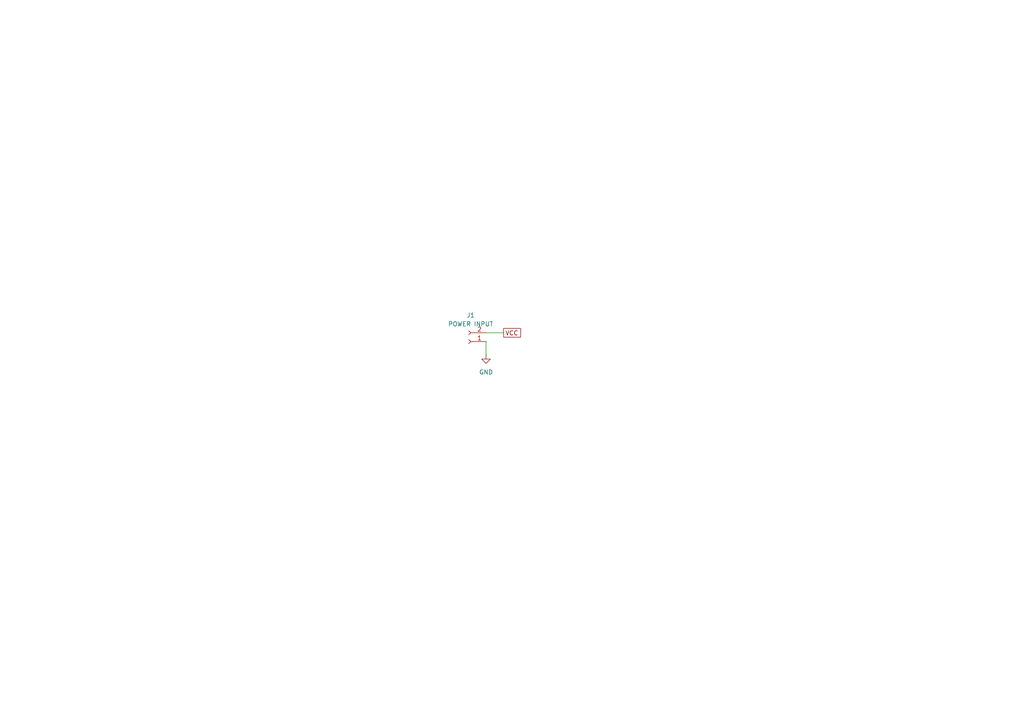
<source format=kicad_sch>
(kicad_sch (version 20250114) (generator "eeschema") (generator_version "9.0")
  (paper "A4")
  (lib_symbols
    (symbol "Connector:Conn_01x02_Socket" (pin_names (offset 1.016) (hide yes))
      (property "Reference" "J" (at 0 2.54 0))
      (property "Value" "Conn_01x02_Socket" (at 0 -5.08 0))
      (symbol "Conn_01x02_Socket_1_1"
        (polyline (pts (xy -1.27 0) (xy -0.508 0)) (stroke (width 0.1524)))
        (polyline (pts (xy -1.27 -2.54) (xy -0.508 -2.54)) (stroke (width 0.1524)))
        (arc (start 0 -0.508) (mid -0.5058 0) (end 0 0.508) (stroke (width 0.1524)))
        (arc (start 0 -3.048) (mid -0.5058 -2.54) (end 0 -2.032) (stroke (width 0.1524)))
        (pin passive line (at -5.08 0 0) (length 3.81) (name "Pin_1") (number "1"))
        (pin passive line (at -5.08 -2.54 0) (length 3.81) (name "Pin_2") (number "2"))
      )
    )
    (symbol "power:GND" (power) (pin_numbers (hide yes)) (pin_names (offset 0) (hide yes))
      (property "Value" "GND" (at 0 -3.81 0))
      (symbol "GND_0_1"
        (polyline (pts (xy 0 0) (xy 0 -1.27) (xy 1.27 -1.27) (xy 0 -2.54) (xy -1.27 -1.27) (xy 0 -1.27)))
      )
      (symbol "GND_1_1"
        (pin power_in line (at 0 0 270) (length 0) (name "~") (number "1"))
      )
    )
  )
  (wire (pts (xy 140.97 99.06) (xy 140.97 102.87)))
  (wire (pts (xy 140.97 96.52) (xy 146.05 96.52)))
  (global_label "VCC" (shape passive) (at 146.05 96.52 0) (property "Intersheetrefs" "${INTERSHEET_REFS}" (effects (hide yes))))
  (symbol (lib_id "Connector:Conn_01x02_Socket") (at 135.89 99.06 180) (unit 1)
    (property "Reference" "J1" (at 136.525 91.44 0))
    (property "Value" "POWER INPUT" (at 136.525 93.98 0))
    (property "Footprint" "Connector_PinHeader_2.54mm:PinHeader_1x02_P2.54mm_Vertical" (effects (hide yes)))
    (property "Description" "Generic connector, single row, 01x02, script generated" (effects (hide yes)))
  )
  (symbol (lib_id "power:GND") (at 140.97 102.87 0) (unit 1)
    (property "Reference" "#PWR04" (effects (hide yes)))
    (property "Value" "GND" (at 140.97 107.95 0))
    (property "Description" "Power symbol creates a global label with name \"GND\" , ground" (effects (hide yes)))
  )
)
</source>
